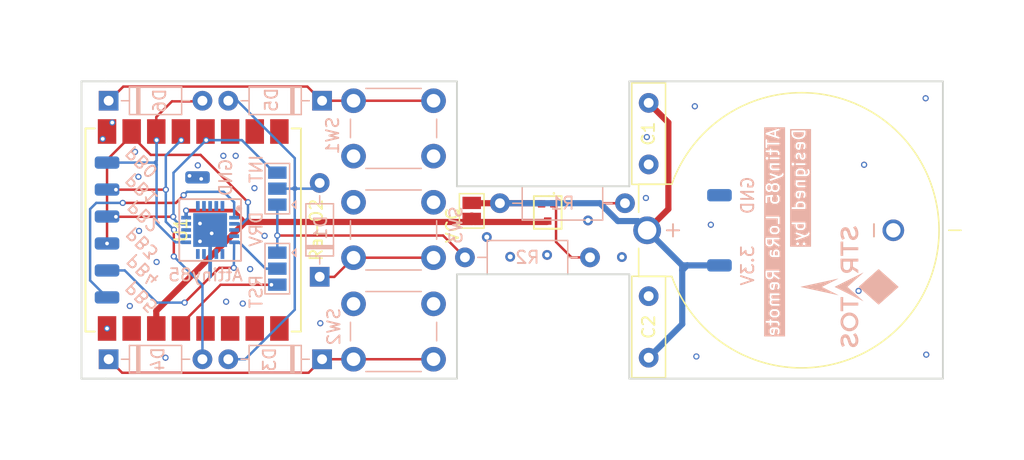
<source format=kicad_pcb>
(kicad_pcb (version 20221018) (generator pcbnew)
  (layers (0 "F.Cu" signal) (31 "B.Cu" signal) (34 "B.Paste" user) (35 "F.Paste" user) (36 "B.SilkS" user "B.Silkscreen") (37 "F.SilkS" user "F.Silkscreen") (38 "B.Mask" user) (39 "F.Mask" user) (44 "Edge.Cuts" user))
  (net 0 "")
  (net 1 "+3.3V")
  (net 2 "GND")
  (net 3 "/INT0")
  (net 4 "Net-(D1-A)")
  (net 5 "/MOSI")
  (net 6 "Net-(D1-K)")
  (net 7 "/MISO")
  (net 8 "Net-(D3-K)")
  (net 9 "/PB5")
  (net 10 "/PB3")
  (net 13 "/PB4")
  (net 19 "VCC")
  (net 25 "/RST")
  (net 26 "Net-(D5-K)")
  (net 33 "/DRV")
  (net 34 "Net-(Q1-G)")
  (footprint "kikit:Tab" (layer "F.Cu") (at 211.6875 67.6402 -90)
    (fp_text reference "REF**" hide)
    (fp_text value "Tab")
  )
  (footprint "kikit:Tab" (layer "F.Cu") (at 224.6884 79.95 180)
    (fp_text reference "REF**" hide)
    (fp_text value "Tab")
  )
  (footprint "kikit:Tab" (layer "F.Cu") (at 154.178 79.95)
    (fp_text reference "REF**" hide)
    (fp_text value "Tab")
  )
  (footprint "Custom:BAT_BS-7" (layer "F.Cu") (at 210.4 79.975 180)
    (fp_text reference "BT1" hide)
    (fp_text value "Coincell_BAT_BS-7")
    (pad "+" thru_hole circle (at 10 0 180) (size 2.25 2.25) (drill 1.5) (layers "*.Cu" "*.Mask") (net 1 "+3.3V"))
    (pad "-" thru_hole circle (at -10 0 180) (size 1.755 1.755) (drill 1.17) (layers "*.Cu" "*.Mask") (net 2 "GND"))
  )
  (footprint "kikit:Tab" (layer "F.Cu") (at 211.6875 92.3036 90)
    (fp_text reference "REF**" hide)
    (fp_text value "Tab")
  )
  (footprint "Jumper:SolderJumper-2_P1.3mm_Open_Pad1.0x1.5mm" (layer "F.Cu") (at 186.15 78.4 -90)
    (fp_text reference "J3" hide)
    (fp_text value "PWR")
    (pad "1" smd rect (at -0.65 0 270) (size 1 1.5) (layers "F.Cu" "F.Mask") (net 1 "+3.3V"))
    (pad "2" smd rect (at 0.65 0 270) (size 1 1.5) (layers "F.Cu" "F.Mask") (net 19 "VCC"))
  )
  (footprint "kikit:Tab" (layer "F.Cu") (at 170.6875 92.2782 90)
    (fp_text reference "REF**" hide)
    (fp_text value "Tab")
  )
  (footprint "Capacitor_THT:C_Disc_D8.0mm_W2.5mm_P5.00mm" (layer "F.Cu") (at 200.525 85.325 -90)
    (fp_text reference "C2" (at 2.5 0 -270) (layer "F.SilkS"))
    (fp_text value "1000uF")
    (pad "1" thru_hole circle (at 0 0 270) (size 1.6 1.6) (drill 0.8) (layers "*.Cu" "*.Mask") (net 2 "GND"))
    (pad "2" thru_hole circle (at 5 0 270) (size 1.6 1.6) (drill 0.8) (layers "*.Cu" "*.Mask") (net 1 "+3.3V"))
  )
  (footprint "Capacitor_THT:C_Disc_D8.0mm_W2.5mm_P5.00mm" (layer "F.Cu") (at 200.525 74.625 90)
    (fp_text reference "C1" (at 2.5 -0.025 90) (layer "F.SilkS"))
    (fp_text value "1000uF")
    (pad "1" thru_hole circle (at 0 0 90) (size 1.6 1.6) (drill 0.8) (layers "*.Cu" "*.Mask") (net 2 "GND"))
    (pad "2" thru_hole circle (at 5 0 90) (size 1.6 1.6) (drill 0.8) (layers "*.Cu" "*.Mask") (net 1 "+3.3V"))
  )
  (footprint "kikit:Tab" (layer "F.Cu") (at 170.6875 67.6148 -90)
    (fp_text reference "REF**" hide)
    (fp_text value "Tab")
  )
  (footprint "Custom:SSM3J35AFSLF" (layer "F.Cu") (at 192.325 78.525 180)
    (fp_text reference "Q1" hide)
    (fp_text value "SSM3J35AFS,LF" hide)
    (pad "1" smd rect (at -0.5 0.7 270) (size 0.6 0.6) (layers "F.Cu" "F.Paste" "F.Mask") (net 34 "Net-(Q1-G)"))
    (pad "2" smd rect (at 0.5 0.7 270) (size 0.6 0.6) (layers "F.Cu" "F.Paste" "F.Mask") (net 1 "+3.3V"))
    (pad "3" smd rect (at 0 -0.7 270) (size 0.6 0.6) (layers "F.Cu" "F.Paste" "F.Mask") (net 19 "VCC"))
  )
  (footprint "RF_Module:Ai-Thinker-Ra-01-LoRa" (layer "F.Cu") (at 163.525 79.95 90)
    (fp_text reference "U1" (at 0 -1 90) (layer "F.SilkS"))
    (fp_text value "Ra-02" (at 0 10 90) (layer "F.SilkS"))
    (pad "1" smd rect (at -8 -7 90) (size 2 1.5) (layers "F.Cu" "F.Paste" "F.Mask") (net 2 "GND"))
    (pad "2" smd rect (at -8 -5 90) (size 2 1.5) (layers "F.Cu" "F.Paste" "F.Mask") (net 2 "GND"))
    (pad "3" smd rect (at -8 -3 90) (size 2 1.5) (layers "F.Cu" "F.Paste" "F.Mask") (net 19 "VCC"))
    (pad "4" smd rect (at -8 -1 90) (size 2 1.5) (layers "F.Cu" "F.Paste" "F.Mask") (net 25 "/RST"))
    (pad "5" smd rect (at -8 1 90) (size 2 1.5) (layers "F.Cu" "F.Paste" "F.Mask"))
    (pad "6" smd rect (at -8 3 90) (size 2 1.5) (layers "F.Cu" "F.Paste" "F.Mask"))
    (pad "7" smd rect (at -8 5 90) (size 2 1.5) (layers "F.Cu" "F.Paste" "F.Mask"))
    (pad "8" smd rect (at -8 7 90) (size 2 1.5) (layers "F.Cu" "F.Paste" "F.Mask"))
    (pad "9" smd rect (at 8 7 90) (size 2 1.5) (layers "F.Cu" "F.Paste" "F.Mask") (net 2 "GND"))
    (pad "10" smd rect (at 8 5 90) (size 2 1.5) (layers "F.Cu" "F.Paste" "F.Mask"))
    (pad "11" smd rect (at 8 3 90) (size 2 1.5) (layers "F.Cu" "F.Paste" "F.Mask"))
    (pad "12" smd rect (at 8 1 90) (size 2 1.5) (layers "F.Cu" "F.Paste" "F.Mask") (net 3 "/INT0"))
    (pad "13" smd rect (at 8 -1 90) (size 2 1.5) (layers "F.Cu" "F.Paste" "F.Mask") (net 7 "/MISO"))
    (pad "14" smd rect (at 8 -3 90) (size 2 1.5) (layers "F.Cu" "F.Paste" "F.Mask") (net 5 "/MOSI"))
    (pad "15" smd rect (at 8 -5 90) (size 2 1.5) (layers "F.Cu" "F.Paste" "F.Mask") (net 10 "/PB3"))
    (pad "16" smd rect (at 8 -7 90) (size 2 1.5) (layers "F.Cu" "F.Paste" "F.Mask") (net 2 "GND"))
  )
  (footprint "Connector_Wire:SolderWirePad_1x01_SMD_1x2mm" (layer "B.Cu") (at 156.525 83.235 -90)
    (fp_text reference "REF**" hide)
    (fp_text value "SolderWirePad_1x01_SMD_1x2mm")
    (pad "1" smd roundrect (at 0 0 270) (size 1 2) (layers "B.Cu" "B.Paste" "B.Mask") (net 13 "/PB4"))
  )
  (footprint "Connector_Wire:SolderWirePad_1x01_SMD_1x2mm" (layer "B.Cu") (at 156.525 76.665 -90)
    (fp_text reference "REF**" hide)
    (fp_text value "SolderWirePad_1x01_SMD_1x2mm")
    (pad "1" smd roundrect (at 0 0 270) (size 1 2) (layers "B.Cu" "B.Paste" "B.Mask") (net 7 "/MISO"))
  )
  (footprint "Connector_Wire:SolderWirePad_1x01_SMD_1x2mm" (layer "B.Cu") (at 156.525 85.425 -90)
    (fp_text reference "REF**" hide)
    (fp_text value "SolderWirePad_1x01_SMD_1x2mm")
    (pad "1" smd roundrect (at 0 0 270) (size 1 2) (layers "B.Cu" "B.Paste" "B.Mask") (net 9 "/PB5"))
  )
  (footprint "Connector_Wire:SolderWirePad_1x01_SMD_1x2mm" (layer "B.Cu") (at 156.525 81.045 -90)
    (fp_text reference "REF**" hide)
    (fp_text value "SolderWirePad_1x01_SMD_1x2mm")
    (pad "1" smd roundrect (at 0 0 270) (size 1 2) (layers "B.Cu" "B.Paste" "B.Mask") (net 10 "/PB3"))
  )
  (footprint "Button_Switch_THT:SW_PUSH_6mm" (layer "B.Cu") (at 183.05 69.45 180)
    (fp_text reference "SW1" (at 8.2 -2.825 90) (layer "B.SilkS") (effects (justify mirror)))
    (fp_text value "F2")
    (pad "1" thru_hole circle (at 0 0 90) (size 2 2) (drill 1.1) (layers "*.Cu" "*.Mask") (net 26 "Net-(D5-K)"))
    (pad "1" thru_hole circle (at 6.5 0 90) (size 2 2) (drill 1.1) (layers "*.Cu" "*.Mask") (net 26 "Net-(D5-K)"))
    (pad "2" thru_hole circle (at 0 -4.5 90) (size 2 2) (drill 1.1) (layers "*.Cu" "*.Mask") (net 2 "GND"))
    (pad "2" thru_hole circle (at 6.5 -4.5 90) (size 2 2) (drill 1.1) (layers "*.Cu" "*.Mask") (net 2 "GND"))
  )
  (footprint "Diode_THT:D_DO-35_SOD27_P7.62mm_Horizontal" (layer "B.Cu") (at 156.655 69.45)
    (fp_text reference "D6" (at 4.145 0 90) (layer "B.SilkS") (effects (justify mirror)))
    (fp_text value "D")
    (pad "1" thru_hole rect (at 0 0) (size 1.6 1.6) (drill 0.8) (layers "*.Cu" "*.Mask") (net 26 "Net-(D5-K)"))
    (pad "2" thru_hole oval (at 7.62 0) (size 1.6 1.6) (drill 0.8) (layers "*.Cu" "*.Mask") (net 5 "/MOSI"))
  )
  (footprint "Custom:QFN50P400X400X80-21N-D" (layer "B.Cu") (at 164.9 79.95 180)
    (fp_text reference "Attiny85" (at 0.375 -3.65) (layer "B.SilkS") (effects (justify mirror)))
    (fp_text value "ATTINY85-20MU" hide)
    (pad "1" smd rect (at -1.95 1 90) (size 0.3 0.8) (layers "B.Cu" "B.Paste" "B.Mask") (net 9 "/PB5"))
    (pad "2" smd rect (at -1.95 0.5 90) (size 0.3 0.8) (layers "B.Cu" "B.Paste" "B.Mask") (net 10 "/PB3"))
    (pad "3" smd rect (at -1.95 0 90) (size 0.3 0.8) (layers "B.Cu" "B.Paste" "B.Mask"))
    (pad "4" smd rect (at -1.95 -0.5 90) (size 0.3 0.8) (layers "B.Cu" "B.Paste" "B.Mask"))
    (pad "5" smd rect (at -1.95 -1 90) (size 0.3 0.8) (layers "B.Cu" "B.Paste" "B.Mask") (net 13 "/PB4"))
    (pad "6" smd rect (at -1 -1.95 180) (size 0.3 0.8) (layers "B.Cu" "B.Paste" "B.Mask"))
    (pad "7" smd rect (at -0.5 -1.95 180) (size 0.3 0.8) (layers "B.Cu" "B.Paste" "B.Mask"))
    (pad "8" smd rect (at 0 -1.95 180) (size 0.3 0.8) (layers "B.Cu" "B.Paste" "B.Mask") (net 2 "GND"))
    (pad "9" smd rect (at 0.5 -1.95 180) (size 0.3 0.8) (layers "B.Cu" "B.Paste" "B.Mask"))
    (pad "10" smd rect (at 1 -1.95 180) (size 0.3 0.8) (layers "B.Cu" "B.Paste" "B.Mask"))
    (pad "11" smd rect (at 1.95 -1 90) (size 0.3 0.8) (layers "B.Cu" "B.Paste" "B.Mask") (net 5 "/MOSI"))
    (pad "12" smd rect (at 1.95 -0.5 90) (size 0.3 0.8) (layers "B.Cu" "B.Paste" "B.Mask") (net 7 "/MISO"))
    (pad "13" smd rect (at 1.95 0 90) (size 0.3 0.8) (layers "B.Cu" "B.Paste" "B.Mask"))
    (pad "14" smd rect (at 1.95 0.5 90) (size 0.3 0.8) (layers "B.Cu" "B.Paste" "B.Mask") (net 3 "/INT0"))
    (pad "15" smd rect (at 1.95 1 90) (size 0.3 0.8) (layers "B.Cu" "B.Paste" "B.Mask") (net 19 "VCC"))
    (pad "16" smd rect (at 1 1.95 180) (size 0.3 0.8) (layers "B.Cu" "B.Paste" "B.Mask"))
    (pad "17" smd rect (at 0.5 1.95 180) (size 0.3 0.8) (layers "B.Cu" "B.Paste" "B.Mask"))
    (pad "18" smd rect (at 0 1.95 180) (size 0.3 0.8) (layers "B.Cu" "B.Paste" "B.Mask"))
    (pad "19" smd rect (at -0.5 1.95 180) (size 0.3 0.8) (layers "B.Cu" "B.Paste" "B.Mask"))
    (pad "20" smd rect (at -1 1.95 180) (size 0.3 0.8) (layers "B.Cu" "B.Paste" "B.Mask"))
    (pad "21" smd rect (at 0 0 180) (size 2.75 2.75) (layers "B.Cu" "B.Paste" "B.Mask") (net 2 "GND"))
  )
  (footprint "Resistor_THT:R_Axial_DIN0207_L6.3mm_D2.5mm_P10.16mm_Horizontal" (layer "B.Cu") (at 195.76 82.175 180)
    (fp_text reference "R2" (at 5.085 0) (layer "B.SilkS") (effects (justify mirror)))
    (fp_text value "100")
    (pad "1" thru_hole circle (at 0 0 180) (size 1.6 1.6) (drill 0.8) (layers "*.Cu" "*.Mask") (net 34 "Net-(Q1-G)"))
    (pad "2" thru_hole oval (at 10.16 0 180) (size 1.6 1.6) (drill 0.8) (layers "*.Cu" "*.Mask") (net 33 "/DRV"))
  )
  (footprint "Diode_THT:D_DO-35_SOD27_P7.62mm_Horizontal" (layer "B.Cu") (at 173.995 90.45 180)
    (fp_text reference "D3" (at 4.27 -0.025 90) (layer "B.SilkS") (effects (justify mirror)))
    (fp_text value "D")
    (pad "1" thru_hole rect (at 0 0 180) (size 1.6 1.6) (drill 0.8) (layers "*.Cu" "*.Mask") (net 8 "Net-(D3-K)"))
    (pad "2" thru_hole oval (at 7.62 0 180) (size 1.6 1.6) (drill 0.8) (layers "*.Cu" "*.Mask") (net 4 "Net-(D1-A)"))
  )
  (footprint "Button_Switch_THT:SW_PUSH_6mm" (layer "B.Cu") (at 176.55 82.2)
    (fp_text reference "SW3" (at 8.325 -2.65 90) (layer "B.SilkS") (effects (justify mirror)))
    (fp_text value "F2")
    (pad "1" thru_hole circle (at 0 0 270) (size 2 2) (drill 1.1) (layers "*.Cu" "*.Mask") (net 6 "Net-(D1-K)"))
    (pad "1" thru_hole circle (at 6.5 0 270) (size 2 2) (drill 1.1) (layers "*.Cu" "*.Mask") (net 6 "Net-(D1-K)"))
    (pad "2" thru_hole circle (at 0 -4.5 270) (size 2 2) (drill 1.1) (layers "*.Cu" "*.Mask") (net 2 "GND"))
    (pad "2" thru_hole circle (at 6.5 -4.5 270) (size 2 2) (drill 1.1) (layers "*.Cu" "*.Mask") (net 2 "GND"))
  )
  (footprint "Connector_Wire:SolderWirePad_1x01_SMD_1x2mm" (layer "B.Cu") (at 163.875 75.675 -90)
    (fp_text reference "REF**" hide)
    (fp_text value "SolderWirePad_1x01_SMD_1x2mm")
    (pad "1" smd roundrect (at 0 0 270) (size 1 2) (layers "B.Cu" "B.Paste" "B.Mask") (net 2 "GND"))
  )
  (footprint "Connector_Wire:SolderWirePad_1x01_SMD_1x2mm" (layer "B.Cu") (at 206.275 77.125 -90)
    (fp_text reference "REF**" hide)
    (fp_text value "SolderWirePad_1x01_SMD_1x2mm")
    (pad "1" smd roundrect (at 0 0 270) (size 1 2) (layers "B.Cu" "B.Paste" "B.Mask") (net 2 "GND"))
  )
  (footprint "Diode_THT:D_DO-35_SOD27_P7.62mm_Horizontal" (layer "B.Cu") (at 156.655 90.45)
    (fp_text reference "D4" (at 4 0 90) (layer "B.SilkS") (effects (justify mirror)))
    (fp_text value "D")
    (pad "1" thru_hole rect (at 0 0) (size 1.6 1.6) (drill 0.8) (layers "*.Cu" "*.Mask") (net 8 "Net-(D3-K)"))
    (pad "2" thru_hole oval (at 7.62 0) (size 1.6 1.6) (drill 0.8) (layers "*.Cu" "*.Mask") (net 7 "/MISO"))
  )
  (footprint "Diode_THT:D_DO-35_SOD27_P7.62mm_Horizontal" (layer "B.Cu") (at 173.995 69.45 180)
    (fp_text reference "D5" (at 4.11 0.075 90) (layer "B.SilkS") (effects (justify mirror)))
    (fp_text value "D")
    (pad "1" thru_hole rect (at 0 0 180) (size 1.6 1.6) (drill 0.8) (layers "*.Cu" "*.Mask") (net 26 "Net-(D5-K)"))
    (pad "2" thru_hole oval (at 7.62 0 180) (size 1.6 1.6) (drill 0.8) (layers "*.Cu" "*.Mask") (net 4 "Net-(D1-A)"))
  )
  (footprint "Jumper:SolderJumper-3_P1.3mm_Open_Pad1.0x1.5mm" (layer "B.Cu") (at 170.3575 83.092857 -90)
    (fp_text reference "J1" hide)
    (fp_text value "RST/DRV")
    (pad "1" smd rect (at -1.3 0 270) (size 1 1.5) (layers "B.Cu" "B.Mask") (net 33 "/DRV"))
    (pad "2" smd rect (at 0 0 270) (size 1 1.5) (layers "B.Cu" "B.Mask") (net 13 "/PB4"))
    (pad "3" smd rect (at 1.3 0 270) (size 1 1.5) (layers "B.Cu" "B.Mask") (net 25 "/RST"))
  )
  (footprint "Connector_Wire:SolderWirePad_1x01_SMD_1x2mm" (layer "B.Cu") (at 156.525 74.475 -90)
    (fp_text reference "REF**" hide)
    (fp_text value "SolderWirePad_1x01_SMD_1x2mm")
    (pad "1" smd roundrect (at 0 0 270) (size 1 2) (layers "B.Cu" "B.Paste" "B.Mask") (net 5 "/MOSI"))
  )
  (footprint "Resistor_THT:R_Axial_DIN0207_L6.3mm_D2.5mm_P10.16mm_Horizontal" (layer "B.Cu") (at 188.44 77.775)
    (fp_text reference "R1" (at 5.085 0) (layer "B.SilkS") (effects (justify mirror)))
    (fp_text value "22k")
    (pad "1" thru_hole circle (at 0 0) (size 1.6 1.6) (drill 0.8) (layers "*.Cu" "*.Mask") (net 1 "+3.3V"))
    (pad "2" thru_hole oval (at 10.16 0) (size 1.6 1.6) (drill 0.8) (layers "*.Cu" "*.Mask") (net 34 "Net-(Q1-G)"))
  )
  (footprint "Connector_Wire:SolderWirePad_1x01_SMD_1x2mm" (layer "B.Cu") (at 206.275 82.825 -90)
    (fp_text reference "REF**" hide)
    (fp_text value "SolderWirePad_1x01_SMD_1x2mm")
    (pad "1" smd roundrect (at 0 0 270) (size 1 2) (layers "B.Cu" "B.Paste" "B.Mask") (net 1 "+3.3V"))
  )
  (footprint "Button_Switch_THT:SW_PUSH_6mm" (layer "B.Cu") (at 176.55 90.45)
    (fp_text reference "SW2" (at -1.6 -2.65 90) (layer "B.SilkS") (effects (justify mirror)))
    (fp_text value "F2")
    (pad "1" thru_hole circle (at 0 0 270) (size 2 2) (drill 1.1) (layers "*.Cu" "*.Mask") (net 8 "Net-(D3-K)"))
    (pad "1" thru_hole circle (at 6.5 0 270) (size 2 2) (drill 1.1) (layers "*.Cu" "*.Mask") (net 8 "Net-(D3-K)"))
    (pad "2" thru_hole circle (at 0 -4.5 270) (size 2 2) (drill 1.1) (layers "*.Cu" "*.Mask") (net 2 "GND"))
    (pad "2" thru_hole circle (at 6.5 -4.5 270) (size 2 2) (drill 1.1) (layers "*.Cu" "*.Mask") (net 2 "GND"))
  )
  (footprint "Connector_Wire:SolderWirePad_1x01_SMD_1x2mm" (layer "B.Cu") (at 156.525 78.855 -90)
    (fp_text reference "REF**" hide)
    (fp_text value "SolderWirePad_1x01_SMD_1x2mm")
    (pad "1" smd roundrect (at 0 0 270) (size 1 2) (layers "B.Cu" "B.Paste" "B.Mask") (net 3 "/INT0"))
  )
  (footprint "LOGO" (layer "B.Cu") (at 216.8324 84.5632 -90)
    (fp_text reference "G***")
    (fp_text value "LOGO" hide)
  )
  (footprint "Jumper:SolderJumper-3_P1.3mm_Open_Pad1.0x1.5mm" (layer "B.Cu") (at 170.3575 76.592857 90)
    (fp_text reference "J2" hide)
    (fp_text value "INT/DRV")
    (pad "1" smd rect (at -1.3 0 90) (size 1 1.5) (layers "B.Cu" "B.Mask") (net 33 "/DRV"))
    (pad "2" smd rect (at 0 0 90) (size 1 1.5) (layers "B.Cu" "B.Mask") (net 4 "Net-(D1-A)"))
    (pad "3" smd rect (at 1.3 0 90) (size 1 1.5) (layers "B.Cu" "B.Mask") (net 3 "/INT0"))
  )
  (footprint "Diode_THT:D_DO-35_SOD27_P7.62mm_Horizontal" (layer "B.Cu") (at 173.8 83.75 90)
    (fp_text reference "D1" (at 4 0.075 90) (layer "B.SilkS") (effects (justify mirror)))
    (fp_text value "D")
    (pad "1" thru_hole rect (at 0 0 90) (size 1.6 1.6) (drill 0.8) (layers "*.Cu" "*.Mask") (net 6 "Net-(D1-K)"))
    (pad "2" thru_hole oval (at 7.62 0 90) (size 1.6 1.6) (drill 0.8) (layers "*.Cu" "*.Mask") (net 4 "Net-(D1-A)"))
  )
  (gr_rect (start 162.391306 77.441305) (end 167.408695 82.458694) (stroke (width 0.15)) (fill none) (layer "B.SilkS"))
  (gr_line (start 202 79.975) (end 203 79.975) (stroke (width 0.15)) (layer "B.SilkS"))
  (gr_line (start 202.5 80.475) (end 202.5 79.475) (stroke (width 0.15)) (layer "B.SilkS"))
  (gr_line (start 218.825 80.475) (end 218.825 79.475) (stroke (width 0.15)) (layer "B.SilkS"))
  (gr_line (start 193.45 77.2) (end 193.45 79.85) (stroke (width 0.15)) (layer "F.SilkS"))
  (gr_line (start 218.825 80.475) (end 218.825 79.475) (stroke (width 0.15)) (layer "F.SilkS"))
  (gr_line (start 191.2 79.85) (end 193.45 79.85) (stroke (width 0.15)) (layer "F.SilkS"))
  (gr_line (start 191.8 77.2) (end 193.45 77.2) (stroke (width 0.15)) (layer "F.SilkS"))
  (gr_line (start 191.8 77.2) (end 191.2 77.2) (stroke (width 0.15)) (layer "F.SilkS"))
  (gr_line (start 193.45 79.85) (end 192.375 79.85) (stroke (width 0.15)) (layer "F.SilkS"))
  (gr_line (start 191.2 77.5) (end 191.2 79.85) (stroke (width 0.15)) (layer "F.SilkS"))
  (gr_line (start 191.2 77.5) (end 191.2 77.2) (stroke (width 0.15)) (layer "F.SilkS"))
  (gr_line (start 192.475 77.2) (end 192.375 77.2) (stroke (width 0.15)) (layer "F.SilkS"))
  (gr_line (start 198.95 92.025) (end 198.95 83.55) (stroke (width 0.15)) (layer "Edge.Cuts"))
  (gr_line (start 224.425 92.025) (end 198.95 92.025) (stroke (width 0.15)) (layer "Edge.Cuts"))
  (gr_line (start 198.95 67.875) (end 224.425 67.875) (stroke (width 0.15)) (layer "Edge.Cuts"))
  (gr_line (start 156.425 67.875) (end 154.45 67.875) (stroke (width 0.15)) (layer "Edge.Cuts"))
  (gr_line (start 154.45 92.025) (end 156.425 92.025) (stroke (width 0.15)) (layer "Edge.Cuts"))
  (gr_line (start 184.95 67.875) (end 156.425 67.875) (stroke (width 0.15)) (layer "Edge.Cuts"))
  (gr_line (start 184.95 83.55) (end 184.95 92.025) (stroke (width 0.15)) (layer "Edge.Cuts"))
  (gr_line (start 184.95 76.4) (end 184.95 67.875) (stroke (width 0.15)) (layer "Edge.Cuts"))
  (gr_line (start 198.95 76.4) (end 184.95 76.4) (stroke (width 0.15)) (layer "Edge.Cuts"))
  (gr_line (start 198.95 83.55) (end 184.95 83.55) (stroke (width 0.15)) (layer "Edge.Cuts"))
  (gr_line (start 154.45 67.875) (end 154.45 92.025) (stroke (width 0.15)) (layer "Edge.Cuts"))
  (gr_line (start 224.425 67.875) (end 224.425 92.025) (stroke (width 0.15)) (layer "Edge.Cuts"))
  (gr_line (start 184.95 92.025) (end 156.425 92.025) (stroke (width 0.15)) (layer "Edge.Cuts"))
  (gr_line (start 198.95 76.4) (end 198.95 67.875) (stroke (width 0.15)) (layer "Edge.Cuts"))
  (gr_text "PB3" (at 158.7 79.453168 135) (layer "B.SilkS") (effects (font (size 1 1)) (justify left bottom mirror)))
  (gr_text "RST" (at 169.225 83.5 90) (layer "B.SilkS") (effects (font (size 1 1)) (justify left bottom mirror)))
  (gr_text "PB4" (at 158.75 81.643168 135) (layer "B.SilkS") (effects (font (size 1 1)) (justify left bottom mirror)))
  (gr_text "PB5" (at 158.65 83.833168 135) (layer "B.SilkS") (effects (font (size 1 1)) (justify left bottom mirror)))
  (gr_text "INT" (at 169.225 73.75 90) (layer "B.SilkS") (effects (font (size 1 1)) (justify left bottom mirror)))
  (gr_text "ATtiny85 LoRa Remote" (at 211.219 71.597023 90) (layer "B.SilkS" knockout) (effects (font (size 1 1)) (justify left bottom mirror)))
  (gr_text "Designed by:" (at 213.3272 71.597023 90) (layer "B.SilkS" knockout) (effects (font (size 1 1)) (justify left bottom mirror)))
  (gr_text "PB2" (at 158.825 77.263168 135) (layer "B.SilkS") (effects (font (size 1 1)) (justify left bottom mirror)))
  (gr_text "GND" (at 166.75 74.06369 90) (layer "B.SilkS") (effects (font (size 1 1)) (justify left bottom mirror)))
  (gr_text "PB1" (at 158.65 75.073168 135) (layer "B.SilkS") (effects (font (size 1 1)) (justify left bottom mirror)))
  (gr_text "3.3V" (at 209.15 81.118452 90) (layer "B.SilkS") (effects (font (size 1 1)) (justify left bottom mirror)))
  (gr_text "GND" (at 209.15 75.51369 90) (layer "B.SilkS") (effects (font (size 1 1)) (justify left bottom mirror)))
  (gr_text "PB0\n" (at 158.65 72.883168 135) (layer "B.SilkS") (effects (font (size 1 1)) (justify left bottom mirror)))
  (gr_text "DRV" (at 169.225 78.35 90) (layer "B.SilkS") (effects (font (size 1 1)) (justify left bottom mirror)))
  (gr_text "VCC" (at 185.175 81.1 90) (layer "F.SilkS") (effects (font (size 1 1)) (justify left bottom)))
  (segment (start 188.44 77.775) (end 191.775 77.775) (width 0.5) (layer "F.Cu") (net 1))
  (segment (start 202.125 71.225) (end 202.125 78.25) (width 0.5) (layer "F.Cu") (net 1))
  (segment (start 188.44 77.775) (end 186.175 77.775) (width 0.5) (layer "F.Cu") (net 1))
  (segment (start 202.125 78.25) (end 200.4 79.975) (width 0.5) (layer "F.Cu") (net 1))
  (segment (start 186.175 77.775) (end 186.15 77.75) (width 0.5) (layer "F.Cu") (net 1))
  (segment (start 191.775 77.775) (end 191.825 77.825) (width 0.5) (layer "F.Cu") (net 1))
  (segment (start 200.525 69.625) (end 202.125 71.225) (width 0.5) (layer "F.Cu") (net 1))
  (segment (start 203.25 83.225) (end 203.25 82.825) (width 0.5) (layer "B.Cu") (net 1))
  (segment (start 196.575 77.775) (end 188.44 77.775) (width 0.5) (layer "B.Cu") (net 1))
  (segment (start 198.025 79.225) (end 196.575 77.775) (width 0.5) (layer "B.Cu") (net 1))
  (segment (start 203.675 82.825) (end 203.25 82.825) (width 0.5) (layer "B.Cu") (net 1))
  (segment (start 199.65 79.225) (end 198.025 79.225) (width 0.5) (layer "B.Cu") (net 1))
  (segment (start 200.4 79.975) (end 199.65 79.225) (width 0.5) (layer "B.Cu") (net 1))
  (segment (start 200.525 90.325) (end 203.25 87.6) (width 0.5) (layer "B.Cu") (net 1))
  (segment (start 206.275 82.825) (end 203.675 82.825) (width 0.5) (layer "B.Cu") (net 1))
  (segment (start 203.65 82.825) (end 203.675 82.825) (width 0.5) (layer "B.Cu") (net 1))
  (segment (start 203.25 82.825) (end 200.4 79.975) (width 0.5) (layer "B.Cu") (net 1))
  (segment (start 203.25 83.225) (end 203.65 82.825) (width 0.5) (layer "B.Cu") (net 1))
  (segment (start 203.25 87.6) (end 203.25 83.225) (width 0.5) (layer "B.Cu") (net 1))
  (via (at 165.975 73.925) (size 0.5) (drill 0.3) (layers "F.Cu" "B.Cu") (net 2))
  (via (at 195.6 79.175) (size 0.8) (drill 0.4) (layers "F.Cu" "B.Cu") (net 2))
  (via (at 164.175 75.8) (size 0.5) (drill 0.3) (layers "F.Cu" "B.Cu") (net 2))
  (via (at 189.275 82.125) (size 0.8) (drill 0.4) (layers "F.Cu" "B.Cu") (net 2))
  (via (at 166.975 73.925) (size 0.5) (drill 0.3) (layers "F.Cu" "B.Cu") (net 2))
  (via (at 204.4 90.225) (size 0.5) (drill 0.3) (layers "F.Cu" "B.Cu") (net 2))
  (via (at 158.8 73.6) (size 0.5) (drill 0.3) (layers "F.Cu" "B.Cu") (net 2))
  (via (at 165.025 80.225) (size 0.5) (drill 0.3) (layers "F.Cu" "B.Cu") (net 2))
  (via (at 164.075 80.875) (size 0.5) (drill 0.3) (layers "F.Cu" "B.Cu") (net 2))
  (via (at 168.5 76.55) (size 0.5) (drill 0.3) (layers "F.Cu" "B.Cu") (net 2))
  (via (at 200.3 77.35) (size 0.5) (drill 0.3) (layers "F.Cu" "B.Cu") (net 2))
  (via (at 204.275 69.9) (size 0.5) (drill 0.3) (layers "F.Cu" "B.Cu") (net 2))
  (via (at 223.075 90.075) (size 0.5) (drill 0.3) (layers "F.Cu" "B.Cu") (net 2))
  (via (at 173.85 87.525) (size 0.5) (drill 0.3) (layers "F.Cu" "B.Cu") (net 2))
  (via (at 218.025 74.65) (size 0.5) (drill 0.3) (layers "F.Cu" "B.Cu") (net 2))
  (via (at 167.55 85.925) (size 0.5) (drill 0.3) (layers "F.Cu" "B.Cu") (net 2))
  (via (at 159.125 80.025) (size 0.5) (drill 0.3) (layers "F.Cu" "B.Cu") (net 2))
  (via (at 223.025 69.25) (size 0.5) (drill 0.3) (layers "F.Cu" "B.Cu") (net 2))
  (via (at 168.15 83.125) (size 0.5) (drill 0.3) (layers "F.Cu" "B.Cu") (net 2))
  (via (at 159.075 75.625) (size 0.5) (drill 0.3) (layers "F.Cu" "B.Cu") (net 2))
  (via (at 156.175 72.55) (size 0.5) (drill 0.3) (layers "F.Cu" "B.Cu") (net 2))
  (via (at 158.375 86.125) (size 0.5) (drill 0.3) (layers "F.Cu" "B.Cu") (net 2))
  (via (at 169.325 80.425) (size 0.5) (drill 0.3) (layers "F.Cu" "B.Cu") (net 2))
  (via (at 166.2 85.775) (size 0.5) (drill 0.3) (layers "F.Cu" "B.Cu") (net 2))
  (via (at 156.525 87.95) (size 0.5) (drill 0.3) (layers "F.Cu" "B.Cu") (net 2))
  (via (at 205.575 79.525) (size 0.5) (drill 0.3) (layers "F.Cu" "B.Cu") (net 2))
  (via (at 192.275 81.975) (size 0.8) (drill 0.4) (layers "F.Cu" "B.Cu") (net 2))
  (via (at 164.075 79.425) (size 0.5) (drill 0.3) (layers "F.Cu" "B.Cu") (net 2))
  (via (at 217.575 84.9) (size 0.5) (drill 0.3) (layers "F.Cu" "B.Cu") (net 2))
  (via (at 163.9 74.7) (size 0.5) (drill 0.3) (layers "F.Cu" "B.Cu") (net 2))
  (via (at 198.35 82.15) (size 0.8) (drill 0.4) (layers "F.Cu" "B.Cu") (net 2))
  (via (at 160.55 82.55) (size 0.5) (drill 0.3) (layers "F.Cu" "B.Cu") (net 2))
  (via (at 187.375 80.525) (size 0.8) (drill 0.4) (layers "F.Cu" "B.Cu") (net 2))
  (via (at 161.275 90.325) (size 0.5) (drill 0.3) (layers "F.Cu" "B.Cu") (net 2))
  (via (at 200.375 72.4) (size 0.5) (drill 0.3) (layers "F.Cu" "B.Cu") (net 2))
  (via (at 156.95 71.225) (size 0.5) (drill 0.3) (layers "F.Cu" "B.Cu") (net 2))
  (via (at 163.225 75.55) (size 0.5) (drill 0.3) (layers "F.Cu" "B.Cu") (net 2))
  (segment (start 164.9 81.9) (end 164.9 83.725) (width 0.3) (layer "B.Cu") (net 2))
  (segment (start 164.9 83.725) (end 164.875 83.75) (width 0.3) (layer "B.Cu") (net 2))
  (segment (start 164.9 81.9) (end 164.9 79.95) (width 0.3) (layer "B.Cu") (net 2))
  (segment (start 161.9 78.875) (end 157.25 78.875) (width 0.2) (layer "F.Cu") (net 3))
  (via (at 157.25 78.875) (size 0.5) (drill 0.3) (layers "F.Cu" "B.Cu") (net 3))
  (via (at 164.575 72.65) (size 0.5) (drill 0.3) (layers "F.Cu" "B.Cu") (net 3))
  (via (at 161.9 78.875) (size 0.5) (drill 0.3) (layers "F.Cu" "B.Cu") (net 3))
  (segment (start 161.925 79.025) (end 161.925 78.9) (width 0.2) (layer "B.Cu") (net 3))
  (segment (start 170.3575 75.292857) (end 170.117857 75.292857) (width 0.2) (layer "B.Cu") (net 3))
  (segment (start 162.35 79.45) (end 161.925 79.025) (width 0.2) (layer "B.Cu") (net 3))
  (segment (start 162.95 79.45) (end 162.35 79.45) (width 0.2) (layer "B.Cu") (net 3))
  (segment (start 167.475 72.65) (end 164.575 72.65) (width 0.2) (layer "B.Cu") (net 3))
  (segment (start 161.925 78.9) (end 161.9 78.875) (width 0.2) (layer "B.Cu") (net 3))
  (segment (start 161.925 75.3) (end 164.575 72.65) (width 0.2) (layer "B.Cu") (net 3))
  (segment (start 170.117857 75.292857) (end 167.475 72.65) (width 0.2) (layer "B.Cu") (net 3))
  (segment (start 161.925 78.85) (end 161.925 75.3) (width 0.2) (layer "B.Cu") (net 3))
  (segment (start 161.9 78.875) (end 161.925 78.85) (width 0.2) (layer "B.Cu") (net 3))
  (segment (start 171.775 77.060358) (end 171.775 76.75) (width 0.2) (layer "B.Cu") (net 4))
  (segment (start 171.95 76.592857) (end 171.925 76.592857) (width 0.2) (layer "B.Cu") (net 4))
  (segment (start 171.625 76.592857) (end 171.625 76.575) (width 0.2) (layer "B.Cu") (net 4))
  (segment (start 171.775 76.742857) (end 171.625 76.592857) (width 0.2) (layer "B.Cu") (net 4))
  (segment (start 171.95 76.592857) (end 173.337143 76.592857) (width 0.2) (layer "B.Cu") (net 4))
  (segment (start 170.3575 76.592857) (end 171.625 76.592857) (width 0.2) (layer "B.Cu") (net 4))
  (segment (start 167.11 69.45) (end 166.38 69.45) (width 0.2) (layer "B.Cu") (net 4))
  (segment (start 166.38 90.45) (end 167.75 90.45) (width 0.2) (layer "B.Cu") (net 4))
  (segment (start 171.775 76.425) (end 171.782143 76.425) (width 0.2) (layer "B.Cu") (net 4))
  (segment (start 171.782143 76.425) (end 171.95 76.592857) (width 0.2) (layer "B.Cu") (net 4))
  (segment (start 171.775 75.960357) (end 171.775 74.115) (width 0.2) (layer "B.Cu") (net 4))
  (segment (start 171.775 76.75) (end 171.775 76.742857) (width 0.2) (layer "B.Cu") (net 4))
  (segment (start 171.775 76.425) (end 171.775 75.989643) (width 0.2) (layer "B.Cu") (net 4))
  (segment (start 167.75 90.45) (end 171.775 86.425) (width 0.2) (layer "B.Cu") (net 4))
  (segment (start 171.775 86.425) (end 171.775 77.060358) (width 0.2) (layer "B.Cu") (net 4))
  (segment (start 171.775 74.115) (end 167.11 69.45) (width 0.2) (layer "B.Cu") (net 4))
  (segment (start 171.925 76.592857) (end 171.775 76.742857) (width 0.2) (layer "B.Cu") (net 4))
  (segment (start 171.625 76.575) (end 171.775 76.425) (width 0.2) (layer "B.Cu") (net 4))
  (segment (start 171.625 76.592857) (end 171.95 76.592857) (width 0.2) (layer "B.Cu") (net 4))
  (segment (start 173.337143 76.592857) (end 173.8 76.13) (width 0.2) (layer "B.Cu") (net 4))
  (segment (start 171.775 76.75) (end 171.775 76.425) (width 0.2) (layer "B.Cu") (net 4))
  (segment (start 161.8 69.5) (end 160.525 70.775) (width 0.2) (layer "F.Cu") (net 5))
  (segment (start 160.525 70.775) (end 160.525 71.975) (width 0.2) (layer "F.Cu") (net 5))
  (segment (start 164.265 69.5) (end 161.8 69.5) (width 0.2) (layer "F.Cu") (net 5))
  (via (at 160.55 72.65) (size 0.5) (drill 0.3) (layers "F.Cu" "B.Cu") (net 5))
  (segment (start 160.55 74.65) (end 160.55 74.675) (width 0.2) (layer "B.Cu") (net 5))
  (segment (start 162.1 80.95) (end 160.55 79.4) (width 0.2) (layer "B.Cu") (net 5))
  (segment (start 160.55 74.675) (end 160.55 72.65) (width 0.2) (layer "B.Cu") (net 5))
  (segment (start 156.525 74.475) (end 160.375 74.475) (width 0.2) (layer "B.Cu") (net 5))
  (segment (start 160.55 79.4) (end 160.55 74.675) (width 0.2) (layer "B.Cu") (net 5))
  (segment (start 160.55 74.3) (end 160.55 72.65) (width 0.2) (layer "B.Cu") (net 5))
  (segment (start 160.375 74.475) (end 160.55 74.3) (width 0.2) (layer "B.Cu") (net 5))
  (segment (start 160.375 74.475) (end 160.55 74.65) (width 0.2) (layer "B.Cu") (net 5))
  (segment (start 162.95 80.95) (end 162.1 80.95) (width 0.2) (layer "B.Cu") (net 5))
  (segment (start 183.05 82.2) (end 176.55 82.2) (width 0.2) (layer "F.Cu") (net 6))
  (segment (start 173.8 83.76) (end 174.99 83.76) (width 0.2) (layer "F.Cu") (net 6))
  (segment (start 174.99 83.76) (end 176.55 82.2) (width 0.2) (layer "F.Cu") (net 6))
  (segment (start 161.3 76.675) (end 157.25 76.675) (width 0.2) (layer "F.Cu") (net 7))
  (segment (start 161.95 79.95) (end 161.9625 79.9375) (width 0.2) (layer "F.Cu") (net 7))
  (segment (start 161.95 82.1) (end 161.95 79.95) (width 0.2) (layer "F.Cu") (net 7))
  (via (at 161.95 82.1) (size 0.5) (drill 0.3) (layers "F.Cu" "B.Cu") (net 7))
  (via (at 161.3 76.675) (size 0.5) (drill 0.3) (layers "F.Cu" "B.Cu") (net 7))
  (via (at 161.9625 79.9375) (size 0.5) (drill 0.3) (layers "F.Cu" "B.Cu") (net 7))
  (via (at 157.25 76.675) (size 0.5) (drill 0.3) (layers "F.Cu" "B.Cu") (net 7))
  (via (at 162.55 72.65) (size 0.5) (drill 0.3) (layers "F.Cu" "B.Cu") (net 7))
  (segment (start 161.3 73.9) (end 162.55 72.65) (width 0.2) (layer "B.Cu") (net 7))
  (segment (start 161.3 76.675) (end 161.3 73.9) (width 0.2) (layer "B.Cu") (net 7))
  (segment (start 161.9625 79.9375) (end 161.3 79.275) (width 0.2) (layer "B.Cu") (net 7))
  (segment (start 161.3 79.275) (end 161.3 76.675) (width 0.2) (layer "B.Cu") (net 7))
  (segment (start 161.95 82.1) (end 164.275 84.425) (width 0.2) (layer "B.Cu") (net 7))
  (segment (start 164.275 84.425) (end 164.275 90.45) (width 0.2) (layer "B.Cu") (net 7))
  (segment (start 162.475 80.45) (end 162.95 80.45) (width 0.2) (layer "B.Cu") (net 7))
  (segment (start 161.9625 79.9375) (end 162.475 80.45) (width 0.2) (layer "B.Cu") (net 7))
  (segment (start 172.895 91.55) (end 173.995 90.45) (width 0.2) (layer "F.Cu") (net 8))
  (segment (start 173.995 90.45) (end 176.55 90.45) (width 0.2) (layer "F.Cu") (net 8))
  (segment (start 176.55 90.45) (end 183.05 90.45) (width 0.2) (layer "F.Cu") (net 8))
  (segment (start 156.655 90.45) (end 157.755 91.55) (width 0.2) (layer "F.Cu") (net 8))
  (segment (start 157.755 91.55) (end 172.895 91.55) (width 0.2) (layer "F.Cu") (net 8))
  (segment (start 162.125 77.75) (end 162.75 77.125) (width 0.2) (layer "F.Cu") (net 9))
  (segment (start 157.8 77.75) (end 162.125 77.75) (width 0.2) (layer "F.Cu") (net 9))
  (via (at 157.8 77.75) (size 0.5) (drill 0.3) (layers "F.Cu" "B.Cu") (net 9))
  (via (at 162.75 77.125) (size 0.5) (drill 0.3) (layers "F.Cu" "B.Cu") (net 9))
  (segment (start 166.85 78.95) (end 166.85 77.7) (width 0.2) (layer "B.Cu") (net 9))
  (segment (start 166 76.85) (end 163.025 76.85) (width 0.2) (layer "B.Cu") (net 9))
  (segment (start 155.15 84.05) (end 156.525 85.425) (width 0.2) (layer "B.Cu") (net 9))
  (segment (start 155.65 77.75) (end 155.15 78.25) (width 0.2) (layer "B.Cu") (net 9))
  (segment (start 163.025 76.85) (end 162.75 77.125) (width 0.2) (layer "B.Cu") (net 9))
  (segment (start 157.8 77.75) (end 155.65 77.75) (width 0.2) (layer "B.Cu") (net 9))
  (segment (start 166.85 77.7) (end 166 76.85) (width 0.2) (layer "B.Cu") (net 9))
  (segment (start 155.15 78.25) (end 155.15 84.05) (width 0.2) (layer "B.Cu") (net 9))
  (segment (start 156.525 74.25) (end 156.525 81.045) (width 0.2) (layer "F.Cu") (net 10))
  (segment (start 167.975 77.7) (end 164.125 73.85) (width 0.2) (layer "F.Cu") (net 10))
  (segment (start 158.525 72.3) (end 158.525 71.95) (width 0.2) (layer "F.Cu") (net 10))
  (segment (start 160.075 73.85) (end 158.525 72.3) (width 0.2) (layer "F.Cu") (net 10))
  (segment (start 158.525 72.25) (end 156.525 74.25) (width 0.2) (layer "F.Cu") (net 10))
  (segment (start 158.525 71.95) (end 158.525 72.25) (width 0.2) (layer "F.Cu") (net 10))
  (segment (start 164.125 73.85) (end 160.075 73.85) (width 0.2) (layer "F.Cu") (net 10))
  (via (at 156.525 81.045) (size 0.5) (drill 0.3) (layers "F.Cu" "B.Cu") (net 10))
  (via (at 167.975 77.7) (size 0.5) (drill 0.3) (layers "F.Cu" "B.Cu") (net 10))
  (segment (start 167.975 77.7) (end 167.975 78.975) (width 0.2) (layer "B.Cu") (net 10))
  (segment (start 167.5 79.45) (end 166.85 79.45) (width 0.2) (layer "B.Cu") (net 10))
  (segment (start 167.975 78.975) (end 167.5 79.45) (width 0.2) (layer "B.Cu") (net 10))
  (segment (start 165.65 83.025) (end 166.825 83.025) (width 0.2) (layer "F.Cu") (net 13))
  (segment (start 162.825 85.85) (end 165.65 83.025) (width 0.2) (layer "F.Cu") (net 13))
  (via (at 162.825 85.85) (size 0.5) (drill 0.3) (layers "F.Cu" "B.Cu") (net 13))
  (via (at 166.825 83.025) (size 0.5) (drill 0.3) (layers "F.Cu" "B.Cu") (net 13))
  (segment (start 170.3575 83.092857) (end 169.4075 83.092857) (width 0.2) (layer "B.Cu") (net 13))
  (segment (start 160.577818 85.85) (end 162.825 85.85) (width 0.2) (layer "B.Cu") (net 13))
  (segment (start 157.962818 83.235) (end 160.577818 85.85) (width 0.2) (layer "B.Cu") (net 13))
  (segment (start 166.85 80.95) (end 166.825 83.025) (width 0.2) (layer "B.Cu") (net 13))
  (segment (start 167.264643 80.95) (end 166.85 80.95) (width 0.2) (layer "B.Cu") (net 13))
  (segment (start 156.525 83.235) (end 157.962818 83.235) (width 0.2) (layer "B.Cu") (net 13))
  (segment (start 169.4075 83.092857) (end 167.264643 80.95) (width 0.2) (layer "B.Cu") (net 13))
  (segment (start 167.4875 79.5625) (end 166.725 80.325) (width 0.5) (layer "F.Cu") (net 19))
  (segment (start 167.475 79.025) (end 167.75 79.3) (width 0.3) (layer "F.Cu") (net 19))
  (segment (start 186.15 78.775) (end 186.15 79.3) (width 0.5) (layer "F.Cu") (net 19))
  (segment (start 160.525 87.975) (end 160.525 86.525) (width 0.5) (layer "F.Cu") (net 19))
  (segment (start 186.15 79.3) (end 167.75 79.3) (width 0.5) (layer "F.Cu") (net 19))
  (segment (start 167.4875 79.0375) (end 167.4875 79.5625) (width 0.3) (layer "F.Cu") (net 19))
  (segment (start 162.95 78.375) (end 166.825 78.375) (width 0.3) (layer "F.Cu") (net 19))
  (segment (start 186.25 79.3) (end 186.15 79.2) (width 0.5) (layer "F.Cu") (net 19))
  (segment (start 166.4125 80.6375) (end 166.725 80.325) (width 0.5) (layer "F.Cu") (net 19))
  (segment (start 160.525 86.525) (end 166.4125 80.6375) (width 0.5) (layer "F.Cu") (net 19))
  (segment (start 186.15 79.2) (end 186.15 78.775) (width 0.5) (layer "F.Cu") (net 19))
  (segment (start 167.75 79.3) (end 167.4875 79.5625) (width 0.5) (layer "F.Cu") (net 19))
  (segment (start 192.325 79.225) (end 192.25 79.3) (width 0.5) (layer "F.Cu") (net 19))
  (segment (start 167.475 79.025) (end 167.4875 79.0375) (width 0.3) (layer "F.Cu") (net 19))
  (segment (start 166.825 78.375) (end 167.475 79.025) (width 0.3) (layer "F.Cu") (net 19))
  (segment (start 192.25 79.3) (end 186.4 79.3) (width 0.5) (layer "F.Cu") (net 19))
  (segment (start 186.4 79.3) (end 186.15 79.05) (width 0.5) (layer "F.Cu") (net 19))
  (via (at 162.95 78.375) (size 0.5) (drill 0.3) (layers "F.Cu" "B.Cu") (net 19))
  (segment (start 162.95 78.95) (end 162.95 78.375) (width 0.3) (layer "B.Cu") (net 19))
  (segment (start 169.875 84.4) (end 165.75 84.4) (width 0.2) (layer "F.Cu") (net 25))
  (segment (start 165.75 84.4) (end 162.525 87.625) (width 0.2) (layer "F.Cu") (net 25))
  (segment (start 162.525 87.625) (end 162.525 87.95) (width 0.2) (layer "F.Cu") (net 25))
  (via (at 169.875 84.4) (size 0.5) (drill 0.3) (layers "F.Cu" "B.Cu") (net 25))
  (segment (start 174.05 69.45) (end 176.55 69.45) (width 0.2) (layer "F.Cu") (net 26))
  (segment (start 183.05 69.45) (end 176.55 69.45) (width 0.2) (layer "F.Cu") (net 26))
  (segment (start 156.645 69.5) (end 157.845 68.3) (width 0.2) (layer "F.Cu") (net 26))
  (segment (start 172.8 68.3) (end 174 69.5) (width 0.2) (layer "F.Cu") (net 26))
  (segment (start 174 69.5) (end 174.05 69.45) (width 0.2) (layer "F.Cu") (net 26))
  (segment (start 157.845 68.3) (end 172.8 68.3) (width 0.2) (layer "F.Cu") (net 26))
  (segment (start 170.3575 80.4) (end 183.825 80.4) (width 0.2) (layer "F.Cu") (net 33))
  (segment (start 183.825 80.4) (end 185.6 82.175) (width 0.2) (layer "F.Cu") (net 33))
  (via (at 170.3575 80.4) (size 0.5) (drill 0.3) (layers "F.Cu" "B.Cu") (net 33))
  (segment (start 170.3575 80.4) (end 170.3575 81.792857) (width 0.2) (layer "B.Cu") (net 33))
  (segment (start 170.3575 80.4) (end 170.3575 77.892857) (width 0.2) (layer "B.Cu") (net 33))
  (segment (start 192.875 77.775) (end 192.825 77.825) (width 0.2) (layer "F.Cu") (net 34))
  (segment (start 195.76 82.175) (end 194.25 82.175) (width 0.2) (layer "F.Cu") (net 34))
  (segment (start 198.6 77.775) (end 192.875 77.775) (width 0.2) (layer "F.Cu") (net 34))
  (segment (start 193 80.925) (end 193 78) (width 0.2) (layer "F.Cu") (net 34))
  (segment (start 194.25 82.175) (end 193 80.925) (width 0.2) (layer "F.Cu") (net 34))
  (segment (start 193 78) (end 192.825 77.825) (width 0.2) (layer "F.Cu") (net 34))
)
</source>
